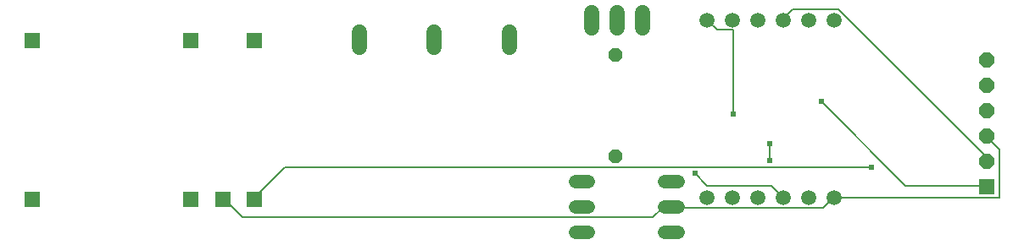
<source format=gbl>
G75*
G70*
%OFA0B0*%
%FSLAX24Y24*%
%IPPOS*%
%LPD*%
%AMOC8*
5,1,8,0,0,1.08239X$1,22.5*
%
%ADD10C,0.0594*%
%ADD11C,0.0520*%
%ADD12R,0.0600X0.0600*%
%ADD13OC8,0.0600*%
%ADD14C,0.0600*%
%ADD15OC8,0.0520*%
%ADD16C,0.0594*%
%ADD17R,0.0594X0.0594*%
%ADD18C,0.0060*%
%ADD19C,0.0240*%
D10*
X027494Y003215D03*
X028494Y003215D03*
X029494Y003215D03*
X030494Y003215D03*
X031494Y003215D03*
X032494Y003215D03*
X032494Y010215D03*
X031494Y010215D03*
X030494Y010215D03*
X029494Y010215D03*
X028494Y010215D03*
X027494Y010215D03*
D11*
X026367Y003824D02*
X025847Y003824D01*
X025847Y002824D02*
X026367Y002824D01*
X026367Y001824D02*
X025847Y001824D01*
X022847Y001824D02*
X022327Y001824D01*
X022327Y002824D02*
X022847Y002824D01*
X022847Y003824D02*
X022327Y003824D01*
D12*
X038485Y003646D03*
D13*
X038485Y004646D03*
X038485Y005646D03*
X038485Y006646D03*
X038485Y007646D03*
X038485Y008646D03*
D14*
X024966Y009888D02*
X024966Y010488D01*
X023966Y010488D02*
X023966Y009888D01*
X022966Y009888D02*
X022966Y010488D01*
D15*
X023906Y008818D03*
X023906Y004818D03*
D16*
X019732Y009131D02*
X019732Y009725D01*
X016779Y009725D02*
X016779Y009131D01*
X013826Y009131D02*
X013826Y009725D01*
D17*
X009706Y009398D03*
X007206Y009398D03*
X000956Y009398D03*
X000956Y003148D03*
X007206Y003148D03*
X008456Y003148D03*
X009706Y003148D03*
D18*
X009235Y002419D02*
X008526Y003128D01*
X008456Y003148D01*
X009706Y003148D02*
X009708Y003206D01*
X010889Y004387D01*
X033960Y004387D01*
X035298Y003679D02*
X038448Y003679D01*
X038485Y003646D01*
X038999Y003206D02*
X032542Y003206D01*
X032494Y003215D01*
X032463Y003206D01*
X032070Y002813D01*
X025849Y002813D01*
X025847Y002824D01*
X025771Y002813D01*
X025377Y002419D01*
X009235Y002419D01*
X027030Y004151D02*
X027503Y003679D01*
X030023Y003679D01*
X030416Y003285D01*
X030494Y003215D01*
X032494Y003215D02*
X032546Y003248D01*
X035298Y003679D02*
X031991Y006986D01*
X028526Y006490D02*
X028526Y009820D01*
X027897Y009820D01*
X027503Y010214D01*
X027494Y010215D01*
X030494Y010215D02*
X030506Y010268D01*
X030866Y010628D01*
X032666Y010628D01*
X038426Y004868D01*
X038426Y004688D01*
X038485Y004646D01*
X038999Y005096D02*
X038999Y003206D01*
X038999Y005096D02*
X038526Y005568D01*
X038485Y005646D01*
X029975Y005332D02*
X029975Y004655D01*
D19*
X029975Y004655D03*
X029975Y005332D03*
X028526Y006490D03*
X031991Y006986D03*
X033960Y004387D03*
X027030Y004151D03*
M02*

</source>
